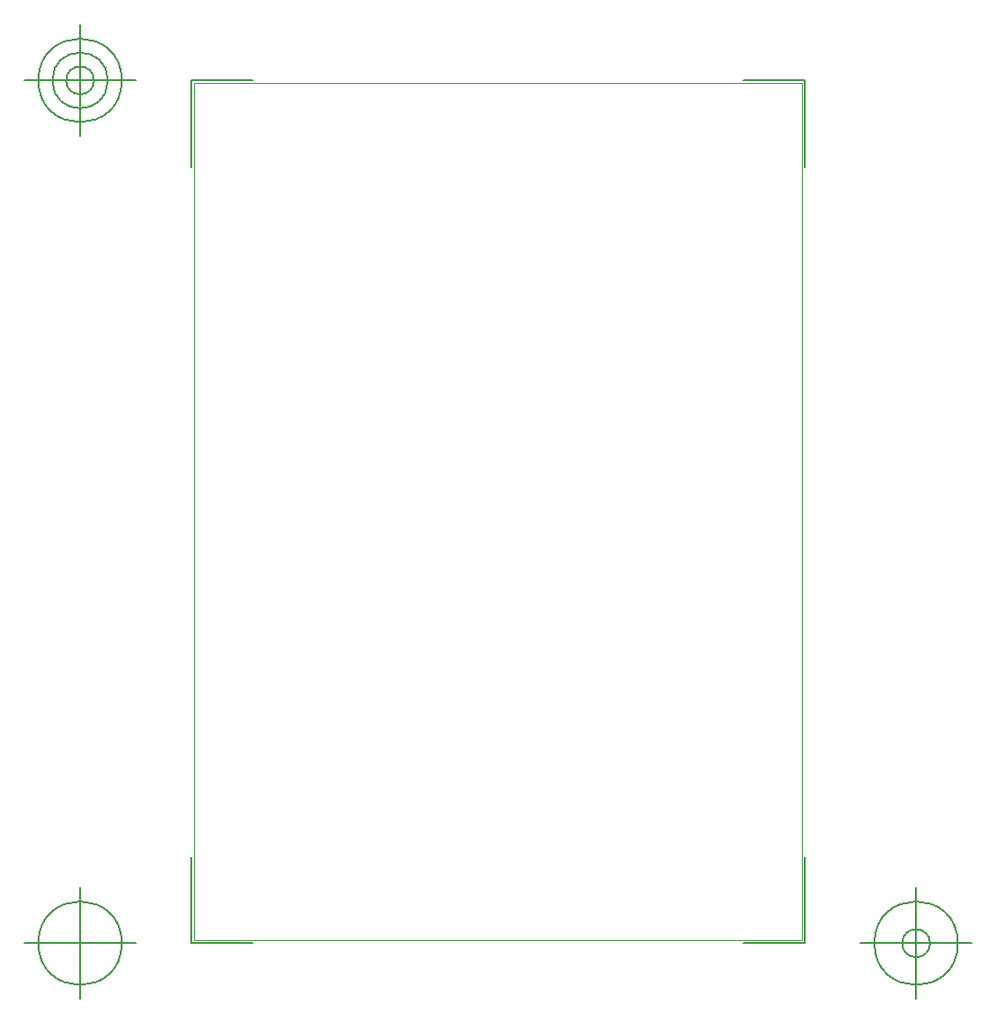
<source format=gbr>
G04 Generated by Ultiboard 14.1 *
%FSLAX34Y34*%
%MOMM*%

%ADD10C,0.0001*%
%ADD11C,0.0010*%
%ADD12C,0.1270*%


G04 ColorRGB 00FFFF for the following layer *
%LNBoard Outline*%
%LPD*%
G54D10*
G54D11*
X31744Y482600D02*
X577856Y482600D01*
X577856Y1252241D01*
X31744Y1252241D01*
X31744Y482600D01*
X31744Y482600D02*
X577856Y482600D01*
X577856Y1252241D01*
X31744Y1252241D01*
X31744Y482600D01*
G54D12*
X29204Y480060D02*
X29204Y557532D01*
X29204Y480060D02*
X84324Y480060D01*
X580396Y480060D02*
X525276Y480060D01*
X580396Y480060D02*
X580396Y557532D01*
X580396Y1254781D02*
X580396Y1177309D01*
X580396Y1254781D02*
X525276Y1254781D01*
X29204Y1254781D02*
X84324Y1254781D01*
X29204Y1254781D02*
X29204Y1177309D01*
X-20796Y480060D02*
X-120796Y480060D01*
X-70796Y430060D02*
X-70796Y530060D01*
X-108296Y480060D02*
G75*
D01*
G02X-108296Y480060I37500J0*
G01*
X630396Y480060D02*
X730396Y480060D01*
X680396Y430060D02*
X680396Y530060D01*
X642896Y480060D02*
G75*
D01*
G02X642896Y480060I37500J0*
G01*
X667896Y480060D02*
G75*
D01*
G02X667896Y480060I12500J0*
G01*
X-20796Y1254781D02*
X-120796Y1254781D01*
X-70796Y1204781D02*
X-70796Y1304781D01*
X-108296Y1254781D02*
G75*
D01*
G02X-108296Y1254781I37500J0*
G01*
X-95796Y1254781D02*
G75*
D01*
G02X-95796Y1254781I25000J0*
G01*
X-83296Y1254781D02*
G75*
D01*
G02X-83296Y1254781I12500J0*
G01*
X29204Y480060D02*
X29204Y557532D01*
X29204Y480060D02*
X84324Y480060D01*
X580396Y480060D02*
X525276Y480060D01*
X580396Y480060D02*
X580396Y557532D01*
X580396Y1254781D02*
X580396Y1177309D01*
X580396Y1254781D02*
X525276Y1254781D01*
X29204Y1254781D02*
X84324Y1254781D01*
X29204Y1254781D02*
X29204Y1177309D01*
X-20796Y480060D02*
X-120796Y480060D01*
X-70796Y430060D02*
X-70796Y530060D01*
X-108296Y480060D02*
G75*
D01*
G02X-108296Y480060I37500J0*
G01*
X630396Y480060D02*
X730396Y480060D01*
X680396Y430060D02*
X680396Y530060D01*
X642896Y480060D02*
G75*
D01*
G02X642896Y480060I37500J0*
G01*
X667896Y480060D02*
G75*
D01*
G02X667896Y480060I12500J0*
G01*
X-20796Y1254781D02*
X-120796Y1254781D01*
X-70796Y1204781D02*
X-70796Y1304781D01*
X-108296Y1254781D02*
G75*
D01*
G02X-108296Y1254781I37500J0*
G01*
X-95796Y1254781D02*
G75*
D01*
G02X-95796Y1254781I25000J0*
G01*
X-83296Y1254781D02*
G75*
D01*
G02X-83296Y1254781I12500J0*
G01*

M02*

</source>
